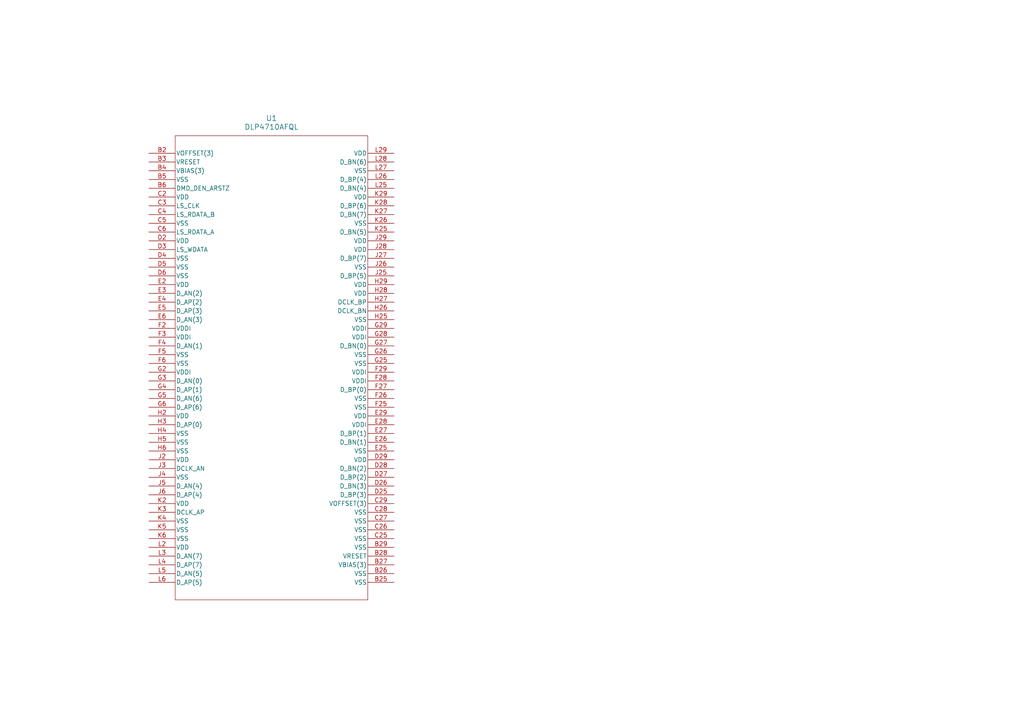
<source format=kicad_sch>
(kicad_sch (version 20231120) (generator "eeschema") (generator_version "8.0")
  (paper "A4")
  (lib_symbols
    (symbol "DLP:DLP4710AFQL" (pin_names (offset 0.254))
      (property "Reference" "U" (at 35.56 10.16 0))
      (property "Value" "DLP4710AFQL" (at 35.56 7.62 0))
      (symbol "DLP4710AFQL_1_1"
        (polyline (pts (xy 7.62 -129.54) (xy 63.5 -129.54)) (stroke (width 0.127)))
        (polyline (pts (xy 7.62 5.08) (xy 7.62 -129.54)) (stroke (width 0.127)))
        (polyline (pts (xy 63.5 -129.54) (xy 63.5 5.08)) (stroke (width 0.127)))
        (polyline (pts (xy 63.5 5.08) (xy 7.62 5.08)) (stroke (width 0.127)))
        (pin power_in line (at 0 0 0) (length 7.62) (name "VOFFSET(3)") (number "B2"))
        (pin power_out line (at 71.12 -124.46 180) (length 7.62) (name "VSS") (number "B25"))
        (pin power_out line (at 71.12 -121.92 180) (length 7.62) (name "VSS") (number "B26"))
        (pin power_in line (at 71.12 -119.38 180) (length 7.62) (name "VBIAS(3)") (number "B27"))
        (pin power_in line (at 71.12 -116.84 180) (length 7.62) (name "VRESET") (number "B28"))
        (pin power_out line (at 71.12 -114.3 180) (length 7.62) (name "VSS") (number "B29"))
        (pin power_in line (at 0 -2.54 0) (length 7.62) (name "VRESET") (number "B3"))
        (pin power_in line (at 0 -5.08 0) (length 7.62) (name "VBIAS(3)") (number "B4"))
        (pin power_out line (at 0 -7.62 0) (length 7.62) (name "VSS") (number "B5"))
        (pin input line (at 0 -10.16 0) (length 7.62) (name "DMD_DEN_ARSTZ") (number "B6"))
        (pin power_in line (at 0 -12.7 0) (length 7.62) (name "VDD") (number "C2"))
        (pin power_out line (at 71.12 -111.76 180) (length 7.62) (name "VSS") (number "C25"))
        (pin power_out line (at 71.12 -109.22 180) (length 7.62) (name "VSS") (number "C26"))
        (pin power_out line (at 71.12 -106.68 180) (length 7.62) (name "VSS") (number "C27"))
        (pin power_out line (at 71.12 -104.14 180) (length 7.62) (name "VSS") (number "C28"))
        (pin power_in line (at 71.12 -101.6 180) (length 7.62) (name "VOFFSET(3)") (number "C29"))
        (pin input line (at 0 -15.24 0) (length 7.62) (name "LS_CLK") (number "C3"))
        (pin output line (at 0 -17.78 0) (length 7.62) (name "LS_RDATA_B") (number "C4"))
        (pin power_out line (at 0 -20.32 0) (length 7.62) (name "VSS") (number "C5"))
        (pin output line (at 0 -22.86 0) (length 7.62) (name "LS_RDATA_A") (number "C6"))
        (pin power_in line (at 0 -25.4 0) (length 7.62) (name "VDD") (number "D2"))
        (pin input line (at 71.12 -99.06 180) (length 7.62) (name "D_BP(3)") (number "D25"))
        (pin input line (at 71.12 -96.52 180) (length 7.62) (name "D_BN(3)") (number "D26"))
        (pin input line (at 71.12 -93.98 180) (length 7.62) (name "D_BP(2)") (number "D27"))
        (pin input line (at 71.12 -91.44 180) (length 7.62) (name "D_BN(2)") (number "D28"))
        (pin power_in line (at 71.12 -88.9 180) (length 7.62) (name "VDD") (number "D29"))
        (pin input line (at 0 -27.94 0) (length 7.62) (name "LS_WDATA") (number "D3"))
        (pin power_out line (at 0 -30.48 0) (length 7.62) (name "VSS") (number "D4"))
        (pin power_out line (at 0 -33.02 0) (length 7.62) (name "VSS") (number "D5"))
        (pin power_out line (at 0 -35.56 0) (length 7.62) (name "VSS") (number "D6"))
        (pin power_in line (at 0 -38.1 0) (length 7.62) (name "VDD") (number "E2"))
        (pin power_out line (at 71.12 -86.36 180) (length 7.62) (name "VSS") (number "E25"))
        (pin input line (at 71.12 -83.82 180) (length 7.62) (name "D_BN(1)") (number "E26"))
        (pin input line (at 71.12 -81.28 180) (length 7.62) (name "D_BP(1)") (number "E27"))
        (pin power_in line (at 71.12 -78.74 180) (length 7.62) (name "VDDI") (number "E28"))
        (pin power_in line (at 71.12 -76.2 180) (length 7.62) (name "VDD") (number "E29"))
        (pin input line (at 0 -40.64 0) (length 7.62) (name "D_AN(2)") (number "E3"))
        (pin input line (at 0 -43.18 0) (length 7.62) (name "D_AP(2)") (number "E4"))
        (pin input line (at 0 -45.72 0) (length 7.62) (name "D_AP(3)") (number "E5"))
        (pin input line (at 0 -48.26 0) (length 7.62) (name "D_AN(3)") (number "E6"))
        (pin power_in line (at 0 -50.8 0) (length 7.62) (name "VDDI") (number "F2"))
        (pin power_out line (at 71.12 -73.66 180) (length 7.62) (name "VSS") (number "F25"))
        (pin power_out line (at 71.12 -71.12 180) (length 7.62) (name "VSS") (number "F26"))
        (pin input line (at 71.12 -68.58 180) (length 7.62) (name "D_BP(0)") (number "F27"))
        (pin power_in line (at 71.12 -66.04 180) (length 7.62) (name "VDDI") (number "F28"))
        (pin power_in line (at 71.12 -63.5 180) (length 7.62) (name "VDDI") (number "F29"))
        (pin power_in line (at 0 -53.34 0) (length 7.62) (name "VDDI") (number "F3"))
        (pin input line (at 0 -55.88 0) (length 7.62) (name "D_AN(1)") (number "F4"))
        (pin power_out line (at 0 -58.42 0) (length 7.62) (name "VSS") (number "F5"))
        (pin power_out line (at 0 -60.96 0) (length 7.62) (name "VSS") (number "F6"))
        (pin power_in line (at 0 -63.5 0) (length 7.62) (name "VDDI") (number "G2"))
        (pin power_out line (at 71.12 -60.96 180) (length 7.62) (name "VSS") (number "G25"))
        (pin power_out line (at 71.12 -58.42 180) (length 7.62) (name "VSS") (number "G26"))
        (pin input line (at 71.12 -55.88 180) (length 7.62) (name "D_BN(0)") (number "G27"))
        (pin power_in line (at 71.12 -53.34 180) (length 7.62) (name "VDDI") (number "G28"))
        (pin power_in line (at 71.12 -50.8 180) (length 7.62) (name "VDDI") (number "G29"))
        (pin input line (at 0 -66.04 0) (length 7.62) (name "D_AN(0)") (number "G3"))
        (pin input line (at 0 -68.58 0) (length 7.62) (name "D_AP(1)") (number "G4"))
        (pin input line (at 0 -71.12 0) (length 7.62) (name "D_AN(6)") (number "G5"))
        (pin input line (at 0 -73.66 0) (length 7.62) (name "D_AP(6)") (number "G6"))
        (pin power_in line (at 0 -76.2 0) (length 7.62) (name "VDD") (number "H2"))
        (pin power_out line (at 71.12 -48.26 180) (length 7.62) (name "VSS") (number "H25"))
        (pin input line (at 71.12 -45.72 180) (length 7.62) (name "DCLK_BN") (number "H26"))
        (pin input line (at 71.12 -43.18 180) (length 7.62) (name "DCLK_BP") (number "H27"))
        (pin power_in line (at 71.12 -40.64 180) (length 7.62) (name "VDD") (number "H28"))
        (pin power_in line (at 71.12 -38.1 180) (length 7.62) (name "VDD") (number "H29"))
        (pin input line (at 0 -78.74 0) (length 7.62) (name "D_AP(0)") (number "H3"))
        (pin power_out line (at 0 -81.28 0) (length 7.62) (name "VSS") (number "H4"))
        (pin power_out line (at 0 -83.82 0) (length 7.62) (name "VSS") (number "H5"))
        (pin power_out line (at 0 -86.36 0) (length 7.62) (name "VSS") (number "H6"))
        (pin power_in line (at 0 -88.9 0) (length 7.62) (name "VDD") (number "J2"))
        (pin input line (at 71.12 -35.56 180) (length 7.62) (name "D_BP(5)") (number "J25"))
        (pin power_out line (at 71.12 -33.02 180) (length 7.62) (name "VSS") (number "J26"))
        (pin input line (at 71.12 -30.48 180) (length 7.62) (name "D_BP(7)") (number "J27"))
        (pin power_in line (at 71.12 -27.94 180) (length 7.62) (name "VDD") (number "J28"))
        (pin power_in line (at 71.12 -25.4 180) (length 7.62) (name "VDD") (number "J29"))
        (pin input line (at 0 -91.44 0) (length 7.62) (name "DCLK_AN") (number "J3"))
        (pin power_out line (at 0 -93.98 0) (length 7.62) (name "VSS") (number "J4"))
        (pin input line (at 0 -96.52 0) (length 7.62) (name "D_AN(4)") (number "J5"))
        (pin input line (at 0 -99.06 0) (length 7.62) (name "D_AP(4)") (number "J6"))
        (pin power_in line (at 0 -101.6 0) (length 7.62) (name "VDD") (number "K2"))
        (pin input line (at 71.12 -22.86 180) (length 7.62) (name "D_BN(5)") (number "K25"))
        (pin power_out line (at 71.12 -20.32 180) (length 7.62) (name "VSS") (number "K26"))
        (pin input line (at 71.12 -17.78 180) (length 7.62) (name "D_BN(7)") (number "K27"))
        (pin input line (at 71.12 -15.24 180) (length 7.62) (name "D_BP(6)") (number "K28"))
        (pin power_in line (at 71.12 -12.7 180) (length 7.62) (name "VDD") (number "K29"))
        (pin input line (at 0 -104.14 0) (length 7.62) (name "DCLK_AP") (number "K3"))
        (pin power_out line (at 0 -106.68 0) (length 7.62) (name "VSS") (number "K4"))
        (pin power_out line (at 0 -109.22 0) (length 7.62) (name "VSS") (number "K5"))
        (pin power_out line (at 0 -111.76 0) (length 7.62) (name "VSS") (number "K6"))
        (pin power_in line (at 0 -114.3 0) (length 7.62) (name "VDD") (number "L2"))
        (pin input line (at 71.12 -10.16 180) (length 7.62) (name "D_BN(4)") (number "L25"))
        (pin input line (at 71.12 -7.62 180) (length 7.62) (name "D_BP(4)") (number "L26"))
        (pin power_out line (at 71.12 -5.08 180) (length 7.62) (name "VSS") (number "L27"))
        (pin input line (at 71.12 -2.54 180) (length 7.62) (name "D_BN(6)") (number "L28"))
        (pin power_in line (at 71.12 0 180) (length 7.62) (name "VDD") (number "L29"))
        (pin input line (at 0 -116.84 0) (length 7.62) (name "D_AN(7)") (number "L3"))
        (pin input line (at 0 -119.38 0) (length 7.62) (name "D_AP(7)") (number "L4"))
        (pin input line (at 0 -121.92 0) (length 7.62) (name "D_AN(5)") (number "L5"))
        (pin input line (at 0 -124.46 0) (length 7.62) (name "D_AP(5)") (number "L6"))
      )
    )
  )
  (symbol (lib_id "DLP:DLP4710AFQL") (at 43.18 44.45 0) (unit 1)
    (property "Reference" "U1" (at 78.74 34.29 0) (effects (font (size 1.524 1.524))))
    (property "Value" "DLP4710AFQL" (at 78.74 36.83 0) (effects (font (size 1.524 1.524))))
    (property "Footprint" "DLP:CLGA100_FQL_TEX" (effects (hide yes)))
    (property "Datasheet" "DLP4710AFQL" (effects (hide yes)))
  )
)
</source>
